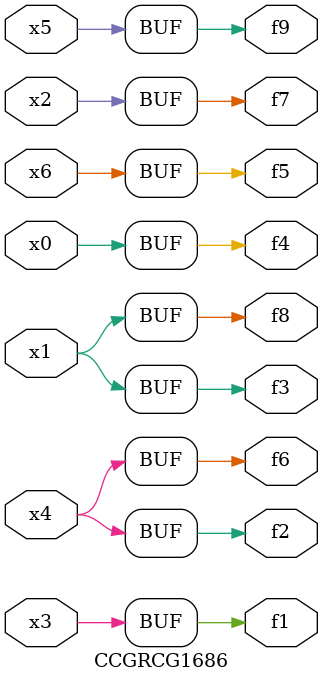
<source format=v>
module CCGRCG1686(
	input x0, x1, x2, x3, x4, x5, x6,
	output f1, f2, f3, f4, f5, f6, f7, f8, f9
);
	assign f1 = x3;
	assign f2 = x4;
	assign f3 = x1;
	assign f4 = x0;
	assign f5 = x6;
	assign f6 = x4;
	assign f7 = x2;
	assign f8 = x1;
	assign f9 = x5;
endmodule

</source>
